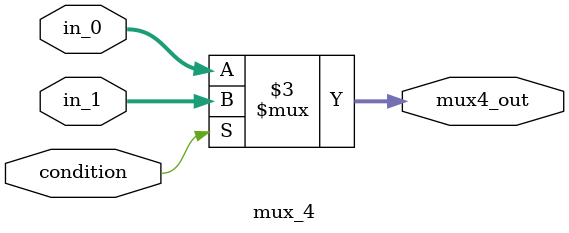
<source format=v>
`timescale 1ns/1ns

module mux_4(

	input condition,
	input [31:0] in_0,
	input [31:0] in_1,

	output reg [31:0] mux4_out
);


always @*
begin
	if (condition)

		mux4_out <= in_1;

	else

		mux4_out <= in_0;
end
endmodule

</source>
